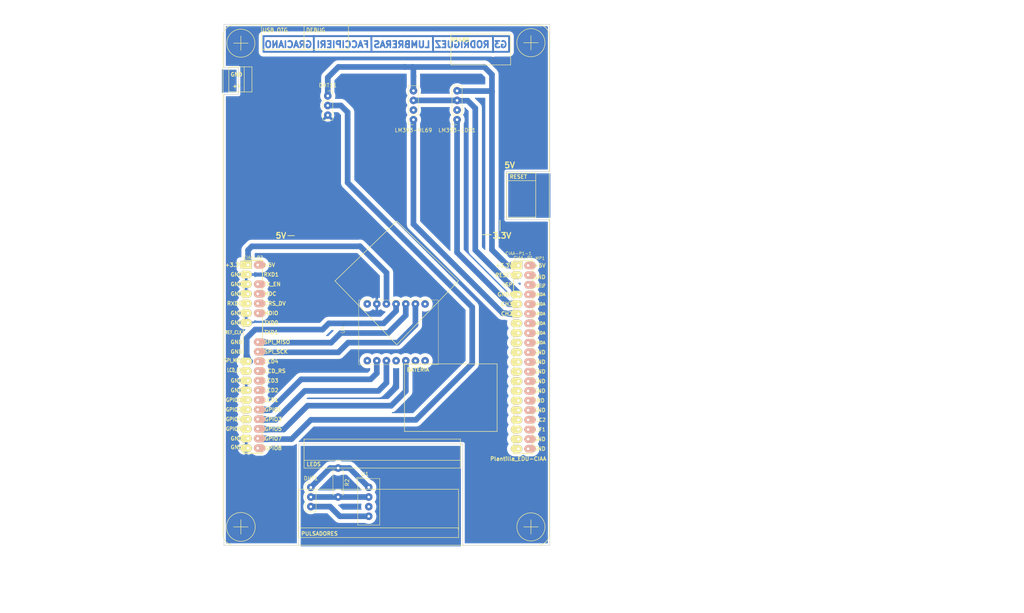
<source format=kicad_pcb>
(kicad_pcb (version 20241229) (generator "pcbnew") (generator_version "9.0")
  (title_block (title "Poncho Grande - Modelo - Ejemplo - Template") (date "2015-10-06") (rev "1.0") (company "Proyecto CIAA - COMPUTADORA INDUSTRIAL ABIERTA ARGENTINA") (comment 1 "https://github.com/ciaa/Ponchos/tree/master/modelos/doc") (comment 2 "Autores y Licencia del template (Diego Brengi - UNLaM)") (comment 3 "Autor del poncho (COMPLETAR NOMBRE Y APELLIDO). Ver directorio \"doc\"") (comment 4 "CÓDIGO PONCHO: "))
  (layers (0 "F.Cu" signal) (2 "B.Cu" signal) (13 "F.Paste" user) (15 "B.Paste" user) (5 "F.SilkS" user "F.Silkscreen") (7 "B.SilkS" user "B.Silkscreen") (1 "F.Mask" user) (3 "B.Mask" user) (25 "Edge.Cuts" user))
  (net 0 "")
  (net 1 "GND")
  (net 2 "GPIO7")
  (net 12 "ADC3")
  (net 13 "Alimentacion 5v")
  (net 21 "ADC2")
  (net 44 "Alimentacion 3.3v")
  (net 53 "GPIO3")
  (net 54 "GPIO1")
  (net 58 "SPI{slash}MOSI")
  (net 59 "SPI{slash}MISO")
  (net 61 "GPIO5")
  (net 62 "SPI{slash}SCK")
  (net 64 "Net-(U1-DATA)")
  (net 74 "Net-(U1-VDD)")
  (net 75 "unconnected-(U1-GND-Pad4)")
  (net 76 "GNDA")
  (footprint "Poncho_Esqueleto:Plantilla_EDU-CIAA" (layer "F.Cu") (at 151.13 88.9)
    (property "Reference" "MP1" (at 5.715 -1.905 0) (layer "F.SilkS") (effects (font (size 0.8 0.8) (thickness 0.12))))
    (property "Value" "Plantilla_EDU-CIAA" (at -0.03 50.9 0) (layer "F.SilkS") (effects (font (size 1.016 1.016) (thickness 0.2032))))
    (fp_line (start -77.724 -60.706) (end -77.724 -56.769) (stroke (width 0.15)) (layer "F.SilkS"))
    (fp_line (start -77.724 -1.27) (end -77.724 -56.769) (stroke (width 0.15)) (layer "F.SilkS"))
    (fp_line (start -77.724 49.276) (end -77.724 -1.27) (stroke (width 0.15)) (layer "F.SilkS"))
    (fp_line (start -77.724 49.403) (end -77.724 67.056) (stroke (width 0.15)) (layer "F.SilkS"))
    (fp_line (start -77.724 67.056) (end -77.724 70.104) (stroke (width 0.15)) (layer "F.SilkS"))
    (fp_line (start -77.724 70.612) (end -77.724 70.104) (stroke (width 0.15)) (layer "F.SilkS"))
    (fp_line (start -76.2 -52.324) (end -76.2 -45.72) (stroke (width 0.15)) (layer "F.SilkS"))
    (fp_line (start -76.2 -45.72) (end -72.136 -45.72) (stroke (width 0.15)) (layer "F.SilkS"))
    (fp_line (start -74.422 73.66) (end -74.93 73.66) (stroke (width 0.15)) (layer "F.SilkS"))
    (fp_line (start -73.025 -58.547) (end -74.93 -58.547) (stroke (width 0.15)) (layer "F.SilkS"))
    (fp_line (start -73.025 -58.547) (end -73.025 -60.452) (stroke (width 0.15)) (layer "F.SilkS"))
    (fp_line (start -73.025 -58.547) (end -73.025 -56.642) (stroke (width 0.15)) (layer "F.SilkS"))
    (fp_line (start -73.025 -58.547) (end -71.12 -58.547) (stroke (width 0.15)) (layer "F.SilkS"))
    (fp_line (start -73.025 68.834) (end -74.93 68.834) (stroke (width 0.15)) (layer "F.SilkS"))
    (fp_line (start -73.025 68.834) (end -73.025 66.929) (stroke (width 0.15)) (layer "F.SilkS"))
    (fp_line (start -73.025 68.834) (end -73.025 70.739) (stroke (width 0.15)) (layer "F.SilkS"))
    (fp_line (start -73.025 68.834) (end -71.12 68.834) (stroke (width 0.15)) (layer "F.SilkS"))
    (fp_line (start -73.025 73.66) (end -74.422 73.66) (stroke (width 0.15)) (layer "F.SilkS"))
    (fp_line (start -72.39 -1.27) (end -67.31 -1.27) (stroke (width 0.15)) (layer "F.SilkS"))
    (fp_line (start -72.39 0) (end -72.39 -1.27) (stroke (width 0.15)) (layer "F.SilkS"))
    (fp_line (start -72.39 49.53) (end -72.39 0) (stroke (width 0.15)) (layer "F.SilkS"))
    (fp_line (start -72.263 -63.373) (end -74.295 -63.373) (stroke (width 0.15)) (layer "F.SilkS"))
    (fp_line (start -72.136 -52.324) (end -76.2 -52.324) (stroke (width 0.15)) (layer "F.SilkS"))
    (fp_line (start -72.136 -45.72) (end -72.136 -52.324) (stroke (width 0.15)) (layer "F.SilkS"))
    (fp_line (start -72.136 -45.72) (end -70.104 -45.72) (stroke (width 0.15)) (layer "F.SilkS"))
    (fp_line (start -70.104 -52.324) (end -72.136 -52.324) (stroke (width 0.15)) (layer "F.SilkS"))
    (fp_line (start -70.104 -45.72) (end -70.104 -52.324) (stroke (width 0.15)) (layer "F.SilkS"))
    (fp_line (start -67.564 -62.992) (end -67.564 -63.5) (stroke (width 0.15)) (layer "F.SilkS"))
    (fp_line (start -67.564 -56.896) (end -67.564 -62.992) (stroke (width 0.15)) (layer "F.SilkS"))
    (fp_line (start -67.564 -56.896) (end -59.436 -56.896) (stroke (width 0.15)) (layer "F.SilkS"))
    (fp_line (start -67.31 -1.27) (end -67.31 49.53) (stroke (width 0.15)) (layer "F.SilkS"))
    (fp_line (start -67.31 49.53) (end -72.39 49.53) (stroke (width 0.15)) (layer "F.SilkS"))
    (fp_line (start -57.912 58.928) (end -57.912 69.596) (stroke (width 0.15)) (layer "F.SilkS"))
    (fp_line (start -57.912 69.088) (end -15.748 69.088) (stroke (width 0.15)) (layer "F.SilkS"))
    (fp_line (start -57.912 71.628) (end -57.912 69.088) (stroke (width 0.15)) (layer "F.SilkS"))
    (fp_line (start -57.912 71.628) (end -15.748 71.628) (stroke (width 0.15)) (layer "F.SilkS"))
    (fp_line (start -56.388 -56.896) (end -56.388 -63.5) (stroke (width 0.15)) (layer "F.SilkS"))
    (fp_line (start -56.388 45.72) (end -56.388 51.308) (stroke (width 0.15)) (layer "F.SilkS"))
    (fp_line (start -56.388 51.308) (end -15.24 51.308) (stroke (width 0.15)) (layer "F.SilkS"))
    (fp_line (start -56.388 53.34) (end -56.388 51.308) (stroke (width 0.15)) (layer "F.SilkS"))
    (fp_line (start -56.388 53.34) (end -15.24 53.34) (stroke (width 0.15)) (layer "F.SilkS"))
    (fp_line (start -48.26 4.064) (end -32.004 -11.684) (stroke (width 0.15)) (layer "F.SilkS"))
    (fp_line (start -44.704 -62.992) (end -44.704 -63.5) (stroke (width 0.15)) (layer "F.SilkS"))
    (fp_line (start -44.704 -62.992) (end -44.704 -56.896) (stroke (width 0.15)) (layer "F.SilkS"))
    (fp_line (start -44.704 -56.896) (end -59.436 -56.896) (stroke (width 0.15)) (layer "F.SilkS"))
    (fp_line (start -32.004 -11.684) (end -15.748 4.064) (stroke (width 0.15)) (layer "F.SilkS"))
    (fp_line (start -32.004 20.828) (end -48.26 4.064) (stroke (width 0.15)) (layer "F.SilkS"))
    (fp_line (start -29.972 25.908) (end -29.972 43.688) (stroke (width 0.15)) (layer "F.SilkS"))
    (fp_line (start -29.972 43.688) (end -5.588 43.688) (stroke (width 0.15)) (layer "F.SilkS"))
    (fp_line (start -17.78 -60.96) (end -17.78 -52.832) (stroke (width 0.15)) (layer "F.SilkS"))
    (fp_line (start -17.78 -52.832) (end -2.032 -52.832) (stroke (width 0.15)) (layer "F.SilkS"))
    (fp_line (start -15.748 4.064) (end -32.004 20.828) (stroke (width 0.15)) (layer "F.SilkS"))
    (fp_line (start -15.748 58.928) (end -57.912 58.928) (stroke (width 0.15)) (layer "F.SilkS"))
    (fp_line (start -15.748 69.596) (end -15.748 58.928) (stroke (width 0.15)) (layer "F.SilkS"))
    (fp_line (start -15.748 71.628) (end -15.748 69.088) (stroke (width 0.15)) (layer "F.SilkS"))
    (fp_line (start -15.24 45.72) (end -56.388 45.72) (stroke (width 0.15)) (layer "F.SilkS"))
    (fp_line (start -15.24 51.308) (end -15.24 45.72) (stroke (width 0.15)) (layer "F.SilkS"))
    (fp_line (start -15.24 53.34) (end -15.24 51.308) (stroke (width 0.15)) (layer "F.SilkS"))
    (fp_line (start -8.636 -63.373) (end -72.136 -63.373) (stroke (width 0.15)) (layer "F.SilkS"))
    (fp_line (start -5.588 25.908) (end -29.972 25.908) (stroke (width 0.15)) (layer "F.SilkS"))
    (fp_line (start -5.588 43.688) (end -5.588 25.908) (stroke (width 0.15)) (layer "F.SilkS"))
    (fp_line (start -3.048 -24.384) (end -3.048 -12.7) (stroke (width 0.15)) (layer "F.SilkS"))
    (fp_line (start -3.048 -12.7) (end 4.572 -12.7) (stroke (width 0.15)) (layer "F.SilkS"))
    (fp_line (start -2.032 -60.96) (end -17.78 -60.96) (stroke (width 0.15)) (layer "F.SilkS"))
    (fp_line (start -2.032 -52.832) (end -2.032 -60.96) (stroke (width 0.15)) (layer "F.SilkS"))
    (fp_line (start -1.27 49.53) (end -1.27 -1.27) (stroke (width 0.15)) (layer "F.SilkS"))
    (fp_line (start 0 -63.373) (end -8.636 -63.373) (stroke (width 0.15)) (layer "F.SilkS"))
    (fp_line (start 0 -63.373) (end 3.937 -63.373) (stroke (width 0.15)) (layer "F.SilkS"))
    (fp_line (start 3.302 -58.674) (end 1.397 -58.674) (stroke (width 0.15)) (layer "F.SilkS"))
    (fp_line (start 3.302 -58.674) (end 3.302 -60.579) (stroke (width 0.15)) (layer "F.SilkS"))
    (fp_line (start 3.302 -58.674) (end 3.302 -56.769) (stroke (width 0.15)) (layer "F.SilkS"))
    (fp_line (start 3.302 -58.674) (end 5.207 -58.674) (stroke (width 0.15)) (layer "F.SilkS"))
    (fp_line (start 3.302 68.834) (end 1.397 68.834) (stroke (width 0.15)) (layer "F.SilkS"))
    (fp_line (start 3.302 68.834) (end 3.302 66.929) (stroke (width 0.15)) (layer "F.SilkS"))
    (fp_line (start 3.302 68.834) (end 3.302 70.739) (stroke (width 0.15)) (layer "F.SilkS"))
    (fp_line (start 3.302 68.834) (end 5.207 68.834) (stroke (width 0.15)) (layer "F.SilkS"))
    (fp_line (start 3.302 73.66) (end -73.025 73.66) (stroke (width 0.15)) (layer "F.SilkS"))
    (fp_line (start 3.302 73.66) (end 5.207 73.66) (stroke (width 0.15)) (layer "F.SilkS"))
    (fp_line (start 3.81 -1.27) (end -1.27 -1.27) (stroke (width 0.15)) (layer "F.SilkS"))
    (fp_line (start 3.81 49.53) (end -1.27 49.53) (stroke (width 0.15)) (layer "F.SilkS"))
    (fp_line (start 3.81 49.53) (end 3.81 -1.27) (stroke (width 0.15)) (layer "F.SilkS"))
    (fp_line (start 3.937 -63.373) (end 4.826 -63.373) (stroke (width 0.15)) (layer "F.SilkS"))
    (fp_line (start 4.572 -24.384) (end -3.048 -24.384) (stroke (width 0.15)) (layer "F.SilkS"))
    (fp_line (start 4.572 -22.352) (end -3.048 -22.352) (stroke (width 0.15)) (layer "F.SilkS"))
    (fp_line (start 4.572 -12.7) (end 4.572 -24.384) (stroke (width 0.15)) (layer "F.SilkS"))
    (fp_line (start 5.461 -63.373) (end 4.826 -63.373) (stroke (width 0.15)) (layer "F.SilkS"))
    (fp_line (start 8.128 -60.706) (end 8.128 -60.452) (stroke (width 0.15)) (layer "F.SilkS"))
    (fp_line (start 8.128 -60.579) (end 8.128 -60.706) (stroke (width 0.15)) (layer "F.SilkS"))
    (fp_line (start 8.128 -58.293) (end 8.128 -60.579) (stroke (width 0.15)) (layer "F.SilkS"))
    (fp_line (start 8.128 -55.499) (end 8.128 -58.293) (stroke (width 0.15)) (layer "F.SilkS"))
    (fp_line (start 8.128 -48.26) (end 8.128 -55.499) (stroke (width 0.15)) (layer "F.SilkS"))
    (fp_line (start 8.128 -27.432) (end 8.128 -48.26) (stroke (width 0.15)) (layer "F.SilkS"))
    (fp_line (start 8.128 -10.16) (end 8.128 -27.432) (stroke (width 0.15)) (layer "F.SilkS"))
    (fp_line (start 8.128 -1.27) (end 8.128 -10.16) (stroke (width 0.15)) (layer "F.SilkS"))
    (fp_line (start 8.128 0) (end 8.128 -1.27) (stroke (width 0.15)) (layer "F.SilkS"))
    (fp_line (start 8.128 0) (end 8.128 49.53) (stroke (width 0.15)) (layer "F.SilkS"))
    (fp_line (start 8.128 49.403) (end 8.128 66.802) (stroke (width 0.15)) (layer "F.SilkS"))
    (fp_line (start 8.128 66.802) (end 8.128 70.485) (stroke (width 0.15)) (layer "F.SilkS"))
    (fp_arc (start -77.724 -60.706) (mid -76.561854 -62.749669) (end -74.295 -63.373) (stroke (width 0.15)) (layer "F.SilkS"))
    (fp_arc (start -74.93 73.66) (mid -76.958261 72.714656) (end -77.724 70.612) (stroke (width 0.15)) (layer "F.SilkS"))
    (fp_arc (start 5.207 -63.373) (mid 7.272459 -62.517459) (end 8.128 -60.452) (stroke (width 0.15)) (layer "F.SilkS"))
    (fp_arc (start 8.128 70.485) (mid 7.325064 72.677459) (end 5.207 73.66) (stroke (width 0.15)) (layer "F.SilkS"))
    (fp_circle (center -73.025 -58.547) (end -69.469 -59.563) (stroke (width 0.15)) (fill no) (layer "F.SilkS"))
    (fp_circle (center -73.025 68.834) (end -72.136 65.151) (stroke (width 0.15)) (fill no) (layer "F.SilkS"))
    (fp_circle (center 0 0) (end 0.508 0) (stroke (width 0.15)) (fill no) (layer "F.SilkS"))
    (fp_circle (center 3.302 -58.674) (end 6.731 -57.277) (stroke (width 0.15)) (fill no) (layer "F.SilkS"))
    (fp_circle (center 3.302 68.834) (end 6.858 69.85) (stroke (width 0.15)) (fill no) (layer "F.SilkS"))
    (fp_text user "+V" (at -74.168 -47.244 0) (layer "F.SilkS") (effects (font (thickness 0.2))))
    (fp_text user "RS485" (at -15.24 -59.436 0) (layer "F.SilkS") (effects (font (thickness 0.2))))
    (fp_text user "PULSADORES" (at -52.324 70.612 0) (layer "F.SilkS") (effects (font (thickness 0.2))))
    (fp_text user "LEDS" (at -53.848 52.324 0) (layer "F.SilkS") (effects (font (thickness 0.2))))
    (fp_text user "DEBUG" (at -53.34 -61.976 0) (layer "F.SilkS") (effects (font (thickness 0.2))))
    (fp_text user "BATERIA" (at -26.416 27.432 0) (layer "F.SilkS") (effects (font (thickness 0.2))))
    (fp_text user "USB OTG" (at -64.008 -61.976 0) (layer "F.SilkS") (effects (font (thickness 0.2))))
    (fp_text user "RESET" (at 0 -23.368 0) (layer "F.SilkS") (effects (font (thickness 0.2))))
    (fp_text user "GND" (at -74.168 -50.292 0) (layer "F.SilkS") (effects (font (thickness 0.2))))
  )
  (footprint "Connector_PinHeader_2.54mm:PinHeader_1x03_P2.54mm_Vertical" (layer "F.Cu") (at 96.52 147.32)
    (property "Reference" "DHT1" (at 0 -2.38 0) (layer "F.SilkS"))
    (property "Value" "Conn_01x03")
    (fp_line (start -1.38 -1.38) (end 0 -1.38) (stroke (width 0.12)) (layer "F.SilkS"))
    (fp_line (start -1.38 0) (end -1.38 -1.38) (stroke (width 0.12)) (layer "F.SilkS"))
    (fp_line (start -1.38 1.27) (end -1.38 6.46) (stroke (width 0.12)) (layer "F.SilkS"))
    (fp_line (start -1.38 1.27) (end 1.38 1.27) (stroke (width 0.12)) (layer "F.SilkS"))
    (fp_line (start -1.38 6.46) (end 1.38 6.46) (stroke (width 0.12)) (layer "F.SilkS"))
    (fp_line (start 1.38 1.27) (end 1.38 6.46) (stroke (width 0.12)) (layer "F.SilkS"))
    (pad "1" thru_hole circle (at 0 0) (size 2 2) (drill 0.7) (layers "*.Cu" "*.Mask") (net 74 "Net-(U1-VDD)"))
    (pad "2" thru_hole circle (at 0 2.54) (size 2 2) (drill 0.7) (layers "*.Cu" "*.Mask") (net 64 "Net-(U1-DATA)"))
    (pad "3" thru_hole circle (at 0 5.08) (size 2 2) (drill 0.7) (layers "*.Cu" "*.Mask") (net 75 "unconnected-(U1-GND-Pad4)"))
  )
  (footprint "Connector_PinSocket_2.54mm:PinSocket_1x04_P2.54mm_Vertical" (layer "F.Cu") (at 135 50.5 180)
    (property "Reference" "LM393-LDR1" (at 0 -2.77 180) (layer "F.SilkS"))
    (property "Value" "Conn_01x04")
    (fp_line (start 1.33 1.27) (end 1.33 8.95) (stroke (width 0.12)) (layer "F.SilkS"))
    (fp_line (start 1.33 -1.33) (end 1.33 0) (stroke (width 0.12)) (layer "F.SilkS"))
    (fp_line (start 0 -1.33) (end 1.33 -1.33) (stroke (width 0.12)) (layer "F.SilkS"))
    (fp_line (start -1.33 8.95) (end 1.33 8.95) (stroke (width 0.12)) (layer "F.SilkS"))
    (fp_line (start -1.33 1.27) (end 1.33 1.27) (stroke (width 0.12)) (layer "F.SilkS"))
    (fp_line (start -1.33 1.27) (end -1.33 8.95) (stroke (width 0.12)) (layer "F.SilkS"))
    (pad "1" thru_hole circle (at 0 0 180) (size 2 2) (drill 0.7) (layers "*.Cu" "*.Mask") (net 12 "ADC3"))
    (pad "2" thru_hole circle (at 0 2.54 180) (size 2 2) (drill 0.7) (layers "*.Cu" "*.Mask"))
    (pad "3" thru_hole circle (at 0 5.08 180) (size 2 2) (drill 0.7) (layers "*.Cu" "*.Mask") (net 76 "GNDA"))
    (pad "4" thru_hole circle (at 0 7.62 180) (size 2 2) (drill 0.7) (layers "*.Cu" "*.Mask") (net 44 "Alimentacion 3.3v"))
  )
  (footprint "Library:Untitled" (layer "F.Cu") (at 99.22 105.99 90)
    (property "Reference" "U4" (at 0.15 5.69 90) (layer "F.SilkS") (effects (font (thickness 0.1))))
    (property "Value" "SX1262-XIAO")
    (fp_rect (start -9.01 9.87) (end 7.99 30.87) (stroke (width 0.1)) (fill no) (layer "F.SilkS"))
    (pad "1" thru_hole oval (at 6.98 12.15 90) (size 2 2) (drill 0.7) (layers "*.Cu" "*.Mask" "B.Adhes"))
    (pad "2" thru_hole oval (at 6.97 14.65 90) (size 2 2) (drill 0.7) (layers "*.Cu" "*.Mask") (net 1 "GND"))
    (pad "3" thru_hole oval (at 6.98 17.18 90) (size 2 2) (drill 0.7) (layers "*.Cu" "*.Mask") (net 44 "Alimentacion 3.3v"))
    (pad "4" thru_hole oval (at 6.97 19.73 90) (size 2 2) (drill 0.7) (layers "*.Cu" "*.Mask") (net 58 "SPI{slash}MOSI"))
    (pad "5" thru_hole oval (at 6.97 22.28 90) (size 2 2) (drill 0.7) (layers "*.Cu" "*.Mask") (net 59 "SPI{slash}MISO"))
    (pad "6" thru_hole oval (at 6.96 24.82 90) (size 2 2) (drill 0.7) (layers "*.Cu" "*.Mask") (net 62 "SPI{slash}SCK"))
    (pad "7" thru_hole oval (at 6.95 27.36 90) (size 2 2) (drill 0.7) (layers "*.Cu" "*.Mask"))
    (pad "8" thru_hole oval (at -7.98 12.16 90) (size 2 2) (drill 0.7) (layers "*.Cu" "*.Mask"))
    (pad "9" thru_hole oval (at -7.99 14.66 90) (size 2 2) (drill 0.7) (layers "*.Cu" "*.Mask") (net 54 "GPIO1"))
    (pad "10" thru_hole oval (at -7.98 17.19 90) (size 2 2) (drill 0.7) (layers "*.Cu" "*.Mask") (net 53 "GPIO3"))
    (pad "11" thru_hole oval (at -7.99 19.74 90) (size 2 2) (drill 0.7) (layers "*.Cu" "*.Mask"))
    (pad "12" thru_hole oval (at -7.99 22.29 90) (size 2 2) (drill 0.7) (layers "*.Cu" "*.Mask") (net 61 "GPIO5"))
    (pad "13" thru_hole oval (at -8 24.83 90) (size 2 2) (drill 0.7) (layers "*.Cu" "*.Mask"))
    (pad "14" thru_hole oval (at -8.01 27.37 90) (size 2 2) (drill 0.7) (layers "*.Cu" "*.Mask"))
  )
  (footprint "Resistor_THT:R_Axial_DIN0207_L6.3mm_D2.5mm_P7.62mm_Horizontal" (layer "F.Cu") (at 103.705 142.24 -90)
    (property "Reference" "R2" (at 3.81 -2.37 90) (layer "F.SilkS"))
    (property "Value" "4700")
    (fp_line (start 0.54 1.37) (end 7.08 1.37) (stroke (width 0.12)) (layer "F.SilkS"))
    (fp_line (start 7.08 1.37) (end 7.08 1.04) (stroke (width 0.12)) (layer "F.SilkS"))
    (fp_line (start 0.54 1.04) (end 0.54 1.37) (stroke (width 0.12)) (layer "F.SilkS"))
    (fp_line (start 0.54 -1.04) (end 0.54 -1.37) (stroke (width 0.12)) (layer "F.SilkS"))
    (fp_line (start 0.54 -1.37) (end 7.08 -1.37) (stroke (width 0.12)) (layer "F.SilkS"))
    (fp_line (start 7.08 -1.37) (end 7.08 -1.04) (stroke (width 0.12)) (layer "F.SilkS"))
    (pad "1" thru_hole circle (at 0 0 270) (size 2 2) (drill 0.7) (layers "*.Cu" "*.Mask") (net 74 "Net-(U1-VDD)"))
    (pad "2" thru_hole circle (at 7.62 0 270) (size 2 2) (drill 0.7) (layers "*.Cu" "*.Mask") (net 64 "Net-(U1-DATA)"))
  )
  (footprint "Sensor:Aosong_DHT11_5.5x12.0_P2.54mm" (layer "F.Cu") (at 111.76 147.32)
    (property "Reference" "U1" (at -1 -3.5 0) (layer "F.SilkS"))
    (property "Value" "DHT11")
    (fp_line (start -3.16 -2.6) (end -3.16 -0.6) (stroke (width 0.12)) (layer "F.SilkS"))
    (fp_line (start -3.16 -2.6) (end -1.55 -2.6) (stroke (width 0.12)) (layer "F.SilkS"))
    (fp_line (start -2.88 9.94) (end -2.88 -2.31) (stroke (width 0.12)) (layer "F.SilkS"))
    (fp_line (start -2.87 -2.32) (end 2.87 -2.32) (stroke (width 0.12)) (layer "F.SilkS"))
    (fp_line (start 2.88 -2.32) (end 2.88 9.94) (stroke (width 0.12)) (layer "F.SilkS"))
    (fp_line (start 2.88 9.94) (end -2.88 9.94) (stroke (width 0.12)) (layer "F.SilkS"))
    (pad "1" thru_hole circle (at 0 0) (size 2 2) (drill 0.7) (layers "*.Cu" "*.Mask") (net 74 "Net-(U1-VDD)"))
    (pad "2" thru_hole circle (at 0 2.54) (size 2 2) (drill 0.7) (layers "*.Cu" "*.Mask") (net 64 "Net-(U1-DATA)"))
    (pad "3" thru_hole circle (at 0 5.08) (size 2 2) (drill 0.7) (layers "*.Cu" "*.Mask"))
    (pad "4" thru_hole circle (at 0 7.62) (size 2 2) (drill 0.7) (layers "*.Cu" "*.Mask") (net 75 "unconnected-(U1-GND-Pad4)"))
  )
  (footprint "HuellasPersonales:P2Ciaa" (layer "F.Cu") (at 81.54 88.06)
    (property "Reference" "CIAA-P2-1" (hide yes))
    (property "Value" "Conn_02x20_Odd_Even" (hide yes))
    (fp_line (start -2.81 -0.59) (end 2.27 -0.59) (stroke (width 0.15)) (layer "F.SilkS"))
    (fp_line (start -2.81 0.68) (end -2.81 -0.59) (stroke (width 0.15)) (layer "F.SilkS"))
    (fp_line (start -2.81 50.21) (end -2.81 0.68) (stroke (width 0.15)) (layer "F.SilkS"))
    (fp_line (start 2.27 -0.59) (end 2.27 50.21) (stroke (width 0.15)) (layer "F.SilkS"))
    (fp_line (start 2.27 50.21) (end -2.81 50.21) (stroke (width 0.15)) (layer "F.SilkS"))
    (fp_text user "GND" (at -4.588 48.686 0) (layer "F.SilkS") (effects (font (thickness 0.2))))
    (fp_text user "+3.3V" (at -5.35 0.68 0) (layer "F.SilkS") (effects (font (thickness 0.2))))
    (fp_text user "SPI_MISO" (at 6.08 21 0) (layer "F.SilkS") (effects (font (thickness 0.2))))
    (fp_text user "MDC" (at 4.302 8.3 0) (layer "F.SilkS") (effects (font (thickness 0.2))))
    (fp_text user "GPIO1" (at 5.064 38.78 0) (layer "F.SilkS") (effects (font (thickness 0.2))))
    (fp_text user "GPIO7" (at 5.064 46.4 0) (layer "F.SilkS") (effects (font (thickness 0.2))))
    (fp_text user "LCD_EN" (at -5.096 28.366 0) (layer "F.SilkS") (effects (font (size 1 0.7) (thickness 0.17))))
    (fp_text user "TX_EN" (at 4.81 5.76 0) (layer "F.SilkS") (effects (font (thickness 0.2))))
    (fp_text user "LCD3" (at 4.556 31.16 0) (layer "F.SilkS") (effects (font (thickness 0.2))))
    (fp_text user "GPIO3" (at 5.064 41.32 0) (layer "F.SilkS") (effects (font (thickness 0.2))))
    (fp_text user "RXD1" (at 4.556 3.22 0) (layer "F.SilkS") (effects (font (thickness 0.2))))
    (fp_text user "LCD_RS" (at 5.572 28.62 0) (layer "F.SilkS") (effects (font (thickness 0.2))))
    (fp_text user "GND" (at -4.588 46.4 0) (layer "F.SilkS") (effects (font (thickness 0.2))))
    (fp_text user "GND" (at -4.588 21 0) (layer "F.SilkS") (effects (font (thickness 0.2))))
    (fp_text user "LCD4" (at 4.556 26.08 0) (layer "F.SilkS") (effects (font (thickness 0.2))))
    (fp_text user "CRS_DV" (at 5.572 10.84 0) (layer "F.SilkS") (effects (font (thickness 0.2))))
    (fp_text user "TXD0" (at 4.556 15.92 0) (layer "F.SilkS") (effects (font (thickness 0.2))))
    (fp_text user "LCD2" (at 4.556 33.7 0) (layer "F.SilkS") (effects (font (thickness 0.2))))
    (fp_text user "SPI_MOSI" (at -5.35 25.826 0) (layer "F.SilkS") (effects (font (size 1 0.7) (thickness 0.17))))
    (fp_text user "GPIO5" (at 5.064 43.86 0) (layer "F.SilkS") (effects (font (thickness 0.2))))
    (fp_text user "GPIO0" (at -5.35 36.24 0) (layer "F.SilkS") (effects (font (size 1 0.9) (thickness 0.2))))
    (fp_text user "RXD0" (at -5.096 10.84 0) (layer "F.SilkS") (effects (font (thickness 0.2))))
    (fp_text user "CIAA-P2" (at -0.21 -1.29 0) (layer "F.SilkS") (effects (font (size 0.8 0.8) (thickness 0.12))))
    (fp_text user "GPIO2" (at -5.35 38.78 0) (layer "F.SilkS") (effects (font (size 1 0.9) (thickness 0.2))))
    (fp_text user "GND" (at -4.588 3.22 0) (layer "F.SilkS") (effects (font (thickness 0.2))))
    (fp_text user "GND" (at -4.588 31.16 0) (layer "F.SilkS") (effects (font (thickness 0.2))))
    (fp_text user "GND" (at -4.588 8.3 0) (layer "F.SilkS") (effects (font (thickness 0.2))))
    (fp_text user "GND" (at -4.588 5.76 0) (layer "F.SilkS") (effects (font (thickness 0.2))))
    (fp_text user "GPIO8" (at 5.064 48.94 0) (layer "F.SilkS") (effects (font (thickness 0.2))))
    (fp_text user "GND" (at -4.588 33.7 0) (layer "F.SilkS") (effects (font (thickness 0.2))))
    (fp_text user "GND" (at -4.588 15.92 0) (layer "F.SilkS") (effects (font (thickness 0.2))))
    (fp_text user "MDIO" (at 4.556 13.38 0) (layer "F.SilkS") (effects (font (thickness 0.2))))
    (fp_text user "+5V" (at 4.048 0.68 0) (layer "F.SilkS") (effects (font (thickness 0.2))))
    (fp_text user "LCD1" (at 4.556 36.24 0) (layer "F.SilkS") (effects (font (thickness 0.2))))
    (fp_text user "GND" (at -4.588 23.54 0) (layer "F.SilkS") (effects (font (thickness 0.2))))
    (fp_text user "GND" (at -4.588 13.38 0) (layer "F.SilkS") (effects (font (thickness 0.2))))
    (fp_text user "SPI_SCK" (at 5.826 23.54 0) (layer "F.SilkS") (effects (font (thickness 0.2))))
    (fp_text user "GPIO6" (at -5.35 43.86 0) (layer "F.SilkS") (effects (font (size 1 0.9) (thickness 0.2))))
    (fp_text user "REF_CLK" (at -5.35 18.46 0) (layer "F.SilkS") (effects (font (size 0.9 0.7) (thickness 0.175))))
    (fp_text user "GPIO4" (at -5.35 41.32 0) (layer "F.SilkS") (effects (font (size 1 0.9) (thickness 0.2))))
    (fp_text user "TXD1" (at 4.556 18.46 0) (layer "F.SilkS") (effects (font (thickness 0.2))))
    (pad "1" thru_hole rect (at -1.54 0.68 270) (size 2 3) (drill 0.7 (offset 0 0.5)) (layers "*.Cu" "*.Mask" "F.SilkS") (net 44 "Alimentacion 3.3v"))
    (pad "2" thru_hole oval (at 1 0.68 270) (size 2 3) (drill 0.7 (offset 0 -0.5)) (layers "*.Cu" "*.SilkS" "*.Mask"))
    (pad "3" thru_hole oval (at -1.54 3.22 270) (size 2 3) (drill 0.7 (offset 0 0.5)) (layers "*.Cu" "*.Mask" "F.SilkS") (net 1 "GND"))
    (pad "5" thru_hole oval (at -1.54 5.76 270) (size 2 3) (drill 0.7 (offset 0 0.5)) (layers "*.Cu" "*.Mask" "F.SilkS") (net 1 "GND"))
    (pad "6" thru_hole oval (at 1 5.76 270) (size 2 3) (drill 0.7 (offset 0 -0.5)) (layers "*.Cu" "*.SilkS" "*.Mask"))
    (pad "7" thru_hole oval (at -1.54 8.3 270) (size 2 3) (drill 0.7 (offset 0 0.5)) (layers "*.Cu" "*.Mask" "F.SilkS") (net 1 "GND"))
    (pad "8" thru_hole oval (at 1 8.3 270) (size 2 3) (drill 0.7 (offset 0 -0.5)) (layers "*.Cu" "*.SilkS" "*.Mask"))
    (pad "9" thru_hole oval (at -1.54 10.84 270) (size 2 3) (drill 0.7 (offset 0 0.5)) (layers "*.Cu" "*.Mask" "F.SilkS"))
    (pad "10" thru_hole oval (at 1 10.84 270) (size 2 3) (drill 0.7 (offset 0 -0.5)) (layers "*.Cu" "*.SilkS" "*.Mask"))
    (pad "11" thru_hole oval (at -1.54 13.38 270) (size 2 3) (drill 0.7 (offset 0 0.5)) (layers "*.Cu" "*.Mask" "F.SilkS") (net 1 "GND"))
    (pad "12" thru_hole oval (at 1 13.38 270) (size 2 3) (drill 0.7 (offset 0 -0.5)) (layers "*.Cu" "*.SilkS" "*.Mask"))
    (pad "13" thru_hole oval (at -1.54 15.92 270) (size 2 3) (drill 0.7 (offset 0 0.5)) (layers "*.Cu" "*.Mask" "F.SilkS") (net 1 "GND"))
    (pad "18" thru_hole oval (at 1 21 270) (size 2 3) (drill 0.7 (offset 0 -0.5)) (layers "*.Cu" "*.SilkS" "*.Mask") (net 59 "SPI{slash}MISO"))
    (pad "20" thru_hole oval (at 1 23.54 270) (size 2 3) (drill 0.7 (offset 0 -0.5)) (layers "*.Cu" "*.SilkS" "*.Mask") (net 62 "SPI{slash}SCK"))
    (pad "21" thru_hole oval (at -1.54 26.08 270) (size 2 3) (drill 0.7 (offset 0 0.5)) (layers "*.Cu" "*.Mask" "F.SilkS") (net 58 "SPI{slash}MOSI"))
    (pad "22" thru_hole oval (at 1 26.08 270) (size 2 3) (drill 0.7 (offset 0 -0.5)) (layers "*.Cu" "*.SilkS" "*.Mask"))
    (pad "23" thru_hole oval (at -1.54 28.62 270) (size 2 3) (drill 0.7 (offset 0 0.5)) (layers "*.Cu" "*.Mask" "F.SilkS"))
    (pad "24" thru_hole oval (at 1 28.62 270) (size 2 3) (drill 0.7 (offset 0 -0.5)) (layers "*.Cu" "*.SilkS" "*.Mask"))
    (pad "25" thru_hole oval (at -1.54 31.16 270) (size 2 3) (drill 0.7 (offset 0 0.5)) (layers "*.Cu" "*.Mask" "F.SilkS") (net 1 "GND"))
    (pad "26" thru_hole oval (at 1 31.16 270) (size 2 3) (drill 0.7 (offset 0 -0.5)) (layers "*.Cu" "*.SilkS" "*.Mask"))
    (pad "27" thru_hole oval (at -1.54 33.7 270) (size 2 3) (drill 0.7 (offset 0 0.5)) (layers "*.Cu" "*.Mask" "F.SilkS") (net 1 "GND"))
    (pad "28" thru_hole oval (at 1 33.7 270) (size 2 3) (drill 0.7 (offset 0 -0.5)) (layers "*.Cu" "*.SilkS" "*.Mask"))
    (pad "29" thru_hole oval (at -1.54 36.24 270) (size 2 3) (drill 0.7 (offset 0 0.5)) (layers "*.Cu" "*.Mask" "F.SilkS"))
    (pad "30" thru_hole oval (at 1 36.24 270) (size 2 3) (drill 0.7 (offset 0 -0.5)) (layers "*.Cu" "*.SilkS" "*.Mask"))
    (pad "31" thru_hole oval (at -1.54 38.78 270) (size 2 3) (drill 0.7 (offset 0 0.5)) (layers "*.Cu" "*.Mask" "F.SilkS"))
    (pad "32" thru_hole oval (at 1 38.78 270) (size 2 3) (drill 0.7 (offset 0 -0.5)) (layers "*.Cu" "*.SilkS" "*.Mask") (net 54 "GPIO1"))
    (pad "33" thru_hole oval (at -1.54 41.32 270) (size 2 3) (drill 0.7 (offset 0 0.5)) (layers "*.Cu" "*.Mask" "F.SilkS"))
    (pad "34" thru_hole oval (at 1 41.32 270) (size 2 3) (drill 0.7 (offset 0 -0.5)) (layers "*.Cu" "*.SilkS" "*.Mask") (net 53 "GPIO3"))
    (pad "35" thru_hole oval (at -1.54 43.86 270) (size 2 3) (drill 0.7 (offset 0 0.5)) (layers "*.Cu" "*.Mask" "F.SilkS"))
    (pad "36" thru_hole oval (at 1 43.86 270) (size 2 3) (drill 0.7 (offset 0 -0.5)) (layers "*.Cu" "*.SilkS" "*.Mask") (net 61 "GPIO5"))
    (pad "37" thru_hole oval (at -1.54 46.4 270) (size 2 3) (drill 0.7 (offset 0 0.5)) (layers "*.Cu" "*.Mask" "F.SilkS") (net 1 "GND"))
    (pad "38" thru_hole oval (at 1 46.4 270) (size 2 3) (drill 0.7 (offset 0 -0.5)) (layers "*.Cu" "*.SilkS" "*.Mask") (net 2 "GPIO7"))
    (pad "39" thru_hole oval (at -1.54 48.94 270) (size 2 3) (drill 0.7 (offset 0 0.5)) (layers "*.Cu" "*.Mask" "F.SilkS") (net 1 "GND"))
    (pad "40" thru_hole oval (at 1 48.94 270) (size 2 3) (drill 0.7 (offset 0 -0.5)) (layers "*.Cu" "*.SilkS" "*.Mask"))
  )
  (footprint "Connector_PinSocket_2.54mm:PinSocket_1x03_P2.54mm_Vertical" (layer "F.Cu") (at 100.98 44.23)
    (property "Reference" "DHT11" (at 0 -2.77 0) (layer "F.SilkS"))
    (property "Value" "Conn_01x03")
    (fp_line (start -1.33 1.27) (end -1.33 6.41) (stroke (width 0.12)) (layer "F.SilkS"))
    (fp_line (start -1.33 1.27) (end 1.33 1.27) (stroke (width 0.12)) (layer "F.SilkS"))
    (fp_line (start -1.33 6.41) (end 1.33 6.41) (stroke (width 0.12)) (layer "F.SilkS"))
    (fp_line (start 0 -1.33) (end 1.33 -1.33) (stroke (width 0.12)) (layer "F.SilkS"))
    (fp_line (start 1.33 -1.33) (end 1.33 0) (stroke (width 0.12)) (layer "F.SilkS"))
    (fp_line (start 1.33 1.27) (end 1.33 6.41) (stroke (width 0.12)) (layer "F.SilkS"))
    (pad "1" thru_hole circle (at 0 0) (size 2 2) (drill 0.7) (layers "*.Cu" "*.Mask") (net 44 "Alimentacion 3.3v"))
    (pad "2" thru_hole circle (at 0 2.54) (size 2 2) (drill 0.7) (layers "*.Cu" "*.Mask") (net 2 "GPIO7"))
    (pad "3" thru_hole circle (at 0 5.08) (size 2 2) (drill 0.7) (layers "*.Cu" "*.Mask") (net 1 "GND"))
  )
  (footprint "HuellasPersonales:P1Ciaa" (layer "F.Cu") (at 151.15 88.9)
    (property "Reference" "CIAA-P1-1" (at 0 -3.175 0) (layer "F.SilkS") (effects (font (size 0.8 0.8) (thickness 0.12))))
    (property "Value" "Conn_02x20_Odd_Even" (hide yes))
    (fp_line (start -1.27 49.53) (end -1.27 -1.27) (stroke (width 0.15)) (layer "F.SilkS"))
    (fp_line (start 3.81 -1.27) (end -1.27 -1.27) (stroke (width 0.15)) (layer "F.SilkS"))
    (fp_line (start 3.81 49.53) (end -1.27 49.53) (stroke (width 0.15)) (layer "F.SilkS"))
    (fp_line (start 3.81 49.53) (end 3.81 -1.27) (stroke (width 0.15)) (layer "F.SilkS"))
    (fp_text user "+5V" (at 5.588 0 0) (layer "F.SilkS") (effects (font (thickness 0.2))))
    (fp_text user "T_F1" (at 5.588 43.18 0) (layer "F.SilkS") (effects (font (size 0.9 0.9) (thickness 0.18))))
    (fp_text user "GND" (at 5.588 48.26 0) (layer "F.SilkS") (effects (font (thickness 0.2))))
    (fp_text user "GND" (at 5.334 35.56 0) (layer "F.SilkS") (effects (font (thickness 0.2))))
    (fp_text user "WAKEUP" (at 5.588 5.334 0) (layer "F.SilkS") (effects (font (size 1 0.5) (thickness 0.125))))
    (fp_text user "CH2" (at -3.048 12.7 0) (layer "F.SilkS") (effects (font (thickness 0.2))))
    (fp_text user "GND" (at 5.588 22.86 0) (layer "F.SilkS") (effects (font (thickness 0.2))))
    (fp_text user "CH3" (at -3.048 10.16 0) (layer "F.SilkS") (effects (font (thickness 0.2))))
    (fp_text user "T_C2" (at 5.588 40.64 0) (layer "F.SilkS") (effects (font (size 0.9 0.9) (thickness 0.18))))
    (fp_text user "GNDA" (at -3.556 7.62 0) (layer "F.SilkS") (effects (font (thickness 0.2))))
    (fp_text user "ISP" (at -2.794 5.08 0) (layer "F.SilkS") (effects (font (thickness 0.2))))
    (fp_text user "GNDA" (at 5.588 10.16 0) (layer "F.SilkS") (effects (font (size 0.76 0.76) (thickness 0.19))))
    (fp_text user "GND" (at 5.588 45.72 0) (layer "F.SilkS") (effects (font (thickness 0.2))))
    (fp_text user "CIAA-P1" (at 1.27 -2.032 0) (layer "F.SilkS") (effects (font (size 0.8 0.8) (thickness 0.12))))
    (fp_text user "GNDA" (at 5.588 17.78 0) (layer "F.SilkS") (effects (font (size 0.76 0.76) (thickness 0.19))))
    (fp_text user "GNDA" (at 5.588 15.24 0) (layer "F.SilkS") (effects (font (size 0.76 0.76) (thickness 0.19))))
    (fp_text user "GND" (at 5.588 25.4 0) (layer "F.SilkS") (effects (font (thickness 0.2))))
    (fp_text user "+3.3V" (at -3.81 0 0) (layer "F.SilkS") (effects (font (thickness 0.2))))
    (fp_text user "GND" (at 5.588 38.1 0) (layer "F.SilkS") (effects (font (thickness 0.2))))
    (fp_text user "GND" (at 5.588 27.94 0) (layer "F.SilkS") (effects (font (thickness 0.2))))
    (fp_text user "GND" (at 5.588 30.48 0) (layer "F.SilkS") (effects (font (thickness 0.2))))
    (fp_text user "GNDA" (at 5.588 7.62 0) (layer "F.SilkS") (effects (font (size 0.76 0.76) (thickness 0.19))))
    (fp_text user "GNDA" (at 5.588 12.7 0) (layer "F.SilkS") (effects (font (size 0.76 0.76) (thickness 0.19))))
    (fp_text user "GND" (at 5.588 33.02 0) (layer "F.SilkS") (effects (font (thickness 0.2))))
    (fp_text user "GNDA" (at 5.588 20.32 0) (layer "F.SilkS") (effects (font (size 0.76 0.76) (thickness 0.19))))
    (fp_text user "RESET" (at -3.81 2.54 0) (layer "F.SilkS") (effects (font (thickness 0.2))))
    (fp_text user "GND" (at 5.588 3.048 0) (layer "F.SilkS") (effects (font (thickness 0.2))))
    (pad "1" thru_hole rect (at 0 0 270) (size 2 3) (drill 0.7 (offset 0 0.5)) (layers "*.Cu" "*.Mask" "F.SilkS") (net 44 "Alimentacion 3.3v"))
    (pad "2" thru_hole oval (at 2.54 0 270) (size 2 3) (drill 0.7 (offset 0 -0.5)) (layers "*.Cu" "*.SilkS" "*.Mask") (net 13 "Alimentacion 5v"))
    (pad "3" thru_hole oval (at 0 2.54 270) (size 2 3) (drill 0.7 (offset 0 0.5)) (layers "*.Cu" "*.Mask" "F.SilkS"))
    (pad "4" thru_hole oval (at 2.54 2.54 270) (size 2 3) (drill 0.7 (offset 0 -0.5)) (layers "*.Cu" "*.SilkS" "*.Mask"))
    (pad "6" thru_hole oval (at 2.54 5.08 270) (size 2 3) (drill 0.7 (offset 0 -0.5)) (layers "*.Cu" "*.SilkS" "*.Mask"))
    (pad "7" thru_hole oval (at 0 7.62 270) (size 2 3) (drill 0.7 (offset 0 0.5)) (layers "*.Cu" "*.Mask" "F.SilkS") (net 76 "GNDA"))
    (pad "8" thru_hole oval (at 2.54 7.62 270) (size 2 3) (drill 0.7 (offset 0 -0.5)) (layers "*.Cu" "*.SilkS" "*.Mask"))
    (pad "9" thru_hole oval (at 0 10.16 270) (size 2 3) (drill 0.7 (offset 0 0.5)) (layers "*.Cu" "*.Mask" "F.SilkS") (net 12 "ADC3"))
    (pad "10" thru_hole oval (at 2.54 10.16 270) (size 2 3) (drill 0.7 (offset 0 -0.5)) (layers "*.Cu" "*.SilkS" "*.Mask"))
    (pad "11" thru_hole oval (at 0 12.7 270) (size 2 3) (drill 0.7 (offset 0 0.5)) (layers "*.Cu" "*.Mask" "F.SilkS") (net 21 "ADC2"))
    (pad "12" thru_hole oval (at 2.54 12.7 270) (size 2 3) (drill 0.7 (offset 0 -0.5)) (layers "*.Cu" "*.SilkS" "*.Mask"))
    (pad "13" thru_hole oval (at 0 15.24 270) (size 2 3) (drill 0.7 (offset 0 0.5)) (layers "*.Cu" "*.Mask" "F.SilkS"))
    (pad "14" thru_hole oval (at 2.54 15.24 270) (size 2 3) (drill 0.7 (offset 0 -0.5)) (layers "*.Cu" "*.SilkS" "*.Mask"))
    (pad "15" thru_hole oval (at 0 17.78 270) (size 2 3) (drill 0.7 (offset 0 0.5)) (layers "*.Cu" "*.Mask" "F.SilkS"))
    (pad "16" thru_hole oval (at 2.54 17.78 270) (size 2 3) (drill 0.7 (offset 0 -0.5)) (layers "*.Cu" "*.SilkS" "*.Mask"))
    (pad "17" thru_hole oval (at 0 20.32 270) (size 2 3) (drill 0.7 (offset 0 0.5)) (layers "*.Cu" "*.Mask" "F.SilkS"))
    (pad "18" thru_hole oval (at 2.54 20.32 270) (size 2 3) (drill 0.7 (offset 0 -0.5)) (layers "*.Cu" "*.SilkS" "*.Mask"))
    (pad "19" thru_hole oval (at 0 22.86 270) (size 2 3) (drill 0.7 (offset 0 0.5)) (layers "*.Cu" "*.Mask" "F.SilkS"))
    (pad "20" thru_hole oval (at 2.54 22.86 270) (size 2 3) (drill 0.7 (offset 0 -0.5)) (layers "*.Cu" "*.SilkS" "*.Mask"))
    (pad "21" thru_hole oval (at 0 25.4 270) (size 2 3) (drill 0.7 (offset 0 0.5)) (layers "*.Cu" "*.Mask" "F.SilkS"))
    (pad "22" thru_hole oval (at 2.54 25.4 270) (size 2 3) (drill 0.7 (offset 0 -0.5)) (layers "*.Cu" "*.SilkS" "*.Mask"))
    (pad "23" thru_hole oval (at 0 27.94 270) (size 2 3) (drill 0.7 (offset 0 0.5)) (layers "*.Cu" "*.Mask" "F.SilkS"))
    (pad "24" thru_hole oval (at 2.54 27.94 270) (size 2 3) (drill 0.7 (offset 0 -0.5)) (layers "*.Cu" "*.SilkS" "*.Mask"))
    (pad "25" thru_hole oval (at 0 30.48 270) (size 2 3) (drill 0.7 (offset 0 0.5)) (layers "*.Cu" "*.Mask" "F.SilkS"))
    (pad "26" thru_hole oval (at 2.54 30.48 270) (size 2 3) (drill 0.7 (offset 0 -0.5)) (layers "*.Cu" "*.SilkS" "*.Mask"))
    (pad "27" thru_hole oval (at 0 33.02 270) (size 2 3) (drill 0.7 (offset 0 0.5)) (layers "*.Cu" "*.Mask" "F.SilkS"))
    (pad "28" thru_hole oval (at 2.54 33.02 270) (size 2 3) (drill 0.7 (offset 0 -0.5)) (layers "*.Cu" "*.SilkS" "*.Mask"))
    (pad "29" thru_hole oval (at 0 35.56 270) (size 2 3) (drill 0.7 (offset 0 0.5)) (layers "*.Cu" "*.Mask" "F.SilkS"))
    (pad "30" thru_hole oval (at 2.54 35.56 270) (size 2 3) (drill 0.7 (offset 0 -0.5)) (layers "*.Cu" "*.SilkS" "*.Mask"))
    (pad "31" thru_hole oval (at 0 38.1 270) (size 2 3) (drill 0.7 (offset 0 0.5)) (layers "*.Cu" "*.Mask" "F.SilkS"))
    (pad "32" thru_hole oval (at 2.54 38.1 270) (size 2 3) (drill 0.7 (offset 0 -0.5)) (layers "*.Cu" "*.SilkS" "*.Mask"))
    (pad "33" thru_hole oval (at 0 40.64 270) (size 2 3) (drill 0.7 (offset 0 0.5)) (layers "*.Cu" "*.Mask" "F.SilkS"))
    (pad "34" thru_hole oval (at 2.54 40.64 270) (size 2 3) (drill 0.7 (offset 0 -0.5)) (layers "*.Cu" "*.SilkS" "*.Mask"))
    (pad "35" thru_hole oval (at 0 43.18 270) (size 2 3) (drill 0.7 (offset 0 0.5)) (layers "*.Cu" "*.Mask" "F.SilkS"))
    (pad "36" thru_hole oval (at 2.54 43.18 270) (size 2 3) (drill 0.7 (offset 0 -0.5)) (layers "*.Cu" "*.SilkS" "*.Mask"))
    (pad "37" thru_hole oval (at 0 45.72 270) (size 2 3) (drill 0.7 (offset 0 0.5)) (layers "*.Cu" "*.Mask" "F.SilkS"))
    (pad "38" thru_hole oval (at 2.54 45.72 270) (size 2 3) (drill 0.7 (offset 0 -0.5)) (layers "*.Cu" "*.SilkS" "*.Mask"))
    (pad "39" thru_hole oval (at 0 48.26 270) (size 2 3) (drill 0.7 (offset 0 0.5)) (layers "*.Cu" "*.Mask" "F.SilkS"))
    (pad "40" thru_hole oval (at 2.54 48.26 270) (size 2 3) (drill 0.7 (offset 0 -0.5)) (layers "*.Cu" "*.SilkS" "*.Mask"))
  )
  (footprint "Connector_PinSocket_2.54mm:PinSocket_1x04_P2.54mm_Vertical" (layer "F.Cu") (at 123.52 50.5 180)
    (property "Reference" "LM393-HL69" (at 0 -2.77 180) (layer "F.SilkS"))
    (property "Value" "Conn_01x04")
    (fp_line (start 1.33 1.27) (end 1.33 8.95) (stroke (width 0.12)) (layer "F.SilkS"))
    (fp_line (start 1.33 -1.33) (end 1.33 0) (stroke (width 0.12)) (layer "F.SilkS"))
    (fp_line (start 0 -1.33) (end 1.33 -1.33) (stroke (width 0.12)) (layer "F.SilkS"))
    (fp_line (start -1.33 8.95) (end 1.33 8.95) (stroke (width 0.12)) (layer "F.SilkS"))
    (fp_line (start -1.33 1.27) (end 1.33 1.27) (stroke (width 0.12)) (layer "F.SilkS"))
    (fp_line (start -1.33 1.27) (end -1.33 8.95) (stroke (width 0.12)) (layer "F.SilkS"))
    (pad "1" thru_hole circle (at 0 0 180) (size 2 2) (drill 0.7) (layers "*.Cu" "*.Mask") (net 21 "ADC2"))
    (pad "2" thru_hole circle (at 0 2.54 180) (size 2 2) (drill 0.7) (layers "*.Cu" "*.Mask"))
    (pad "3" thru_hole circle (at 0 5.08 180) (size 2 2) (drill 0.7) (layers "*.Cu" "*.Mask") (net 76 "GNDA"))
    (pad "4" thru_hole circle (at 0 7.62 180) (size 2 2) (drill 0.7) (layers "*.Cu" "*.Mask") (net 44 "Alimentacion 3.3v"))
  )
  (gr_line (start 112.44 28.5) (end 112.48 32.6) (stroke (width 0.5)) (layer "B.Cu"))
  (gr_line (start 97.3 28.45) (end 97.32 32.63) (stroke (width 0.5)) (layer "B.Cu"))
  (gr_line (start 144.44 28.46) (end 144.48 32.71) (stroke (width 0.5)) (layer "B.Cu"))
  (gr_line (start 128.64 28.46) (end 128.69 32.6) (stroke (width 0.5)) (layer "B.Cu"))
  (gr_rect (start 84.06 28.49) (end 148.68 32.62) (stroke (width 0.5)) (fill no) (layer "B.Cu"))
  (gr_line (start 146.304 76.962) (end 146.304 79.756) (stroke (width 0.2)) (layer "F.SilkS"))
  (gr_line (start 141.732 80.772) (end 144.018 80.772) (stroke (width 0.2)) (layer "F.SilkS"))
  (gr_line (start 91.186 81.026) (end 92.202 81.026) (stroke (width 0.2)) (layer "F.SilkS"))
  (gr_line (start 91.186 81.026) (end 90.424 81.026) (stroke (width 0.2)) (layer "F.SilkS"))
  (gr_line (start 77.47 43.815) (end 76.2 43.815) (stroke (width 0.15)) (layer "Edge.Cuts"))
  (gr_line (start 73.66 25.4) (end 73.66 26.035) (stroke (width 0.15)) (layer "Edge.Cuts"))
  (gr_line (start 93.35 135.89) (end 136.52 135.89) (stroke (width 0.15)) (layer "Edge.Cuts"))
  (gr_line (start 159.385 25.4) (end 84.4 25.4) (stroke (width 0.15)) (layer "Edge.Cuts"))
  (gr_line (start 73.66 36.83) (end 76.2 36.83) (stroke (width 0.15)) (layer "Edge.Cuts"))
  (gr_line (start 147.955 64.135) (end 159.385 64.135) (stroke (width 0.15)) (layer "Edge.Cuts"))
  (gr_line (start 147.955 76.835) (end 147.955 64.135) (stroke (width 0.15)) (layer "Edge.Cuts"))
  (gr_line (start 73.66 162.56) (end 93.345 162.56) (stroke (width 0.15)) (layer "Edge.Cuts"))
  (gr_line (start 77.47 36.83) (end 77.47 43.815) (stroke (width 0.15)) (layer "Edge.Cuts"))
  (gr_line (start 159.385 64.135) (end 159.385 25.4) (stroke (width 0.15)) (layer "Edge.Cuts"))
  (gr_line (start 73.66 26.035) (end 73.66 36.83) (stroke (width 0.15)) (layer "Edge.Cuts"))
  (gr_line (start 84.455 25.4) (end 73.66 25.4) (stroke (width 0.15)) (layer "Edge.Cuts"))
  (gr_line (start 76.2 43.815) (end 73.66 43.815) (stroke (width 0.15)) (layer "Edge.Cuts"))
  (gr_line (start 93.345 162.56) (end 93.345 135.89) (stroke (width 0.15)) (layer "Edge.Cuts"))
  (gr_line (start 76.2 36.83) (end 77.47 36.83) (stroke (width 0.15)) (layer "Edge.Cuts"))
  (gr_line (start 73.66 43.815) (end 73.66 162.56) (stroke (width 0.15)) (layer "Edge.Cuts"))
  (gr_line (start 136.525 162.56) (end 159.385 162.56) (stroke (width 0.15)) (layer "Edge.Cuts"))
  (gr_line (start 159.385 76.835) (end 147.955 76.835) (stroke (width 0.15)) (layer "Edge.Cuts"))
  (gr_line (start 136.52 162.56) (end 136.52 135.89) (stroke (width 0.15)) (layer "Edge.Cuts"))
  (gr_line (start 159.385 162.56) (end 159.385 76.835) (stroke (width 0.15)) (layer "Edge.Cuts"))
  (gr_text "G3 RODRIGUEZ LUMBRERAS FACCIPIERI GRACIANO" (at 148.4 31.69 0) (layer "B.Cu") (effects (font (size 1.7 1.7) (thickness 0.425) (bold yes)) (justify left bottom mirror)))
  (gr_text "5V" (at 148.844 62.484 0) (layer "F.SilkS") (effects (font (size 1.5 1.5) (thickness 0.3))))
  (gr_text "3.3V" (at 146.812 81.026 0) (layer "F.SilkS") (effects (font (size 1.5 1.5) (thickness 0.3))))
  (gr_text "5V" (at 88.646 81.026 0) (layer "F.SilkS") (effects (font (size 1.5 1.5) (thickness 0.3))))
  (segment (start 138.99 114.71) (end 138.99 99.87) (width 1.5) (layer "B.Cu") (net 2))
  (segment (start 106.21 48.54) (end 104.44 46.77) (width 1.5) (layer "B.Cu") (net 2))
  (segment (start 124.16 129.54) (end 138.99 114.71) (width 1.5) (layer "B.Cu") (net 2))
  (segment (start 91.44 134.62) (end 96.52 129.54) (width 1.5) (layer "B.Cu") (net 2))
  (segment (start 106.21 67.09) (end 106.21 48.54) (width 1.5) (layer "B.Cu") (net 2))
  (segment (start 82.55 134.62) (end 91.44 134.62) (width 1.5) (layer "B.Cu") (net 2))
  (segment (start 104.44 46.77) (end 100.98 46.77) (width 1.5) (layer "B.Cu") (net 2))
  (segment (start 138.99 99.87) (end 106.21 67.09) (width 1.5) (layer "B.Cu") (net 2))
  (segment (start 96.52 129.54) (end 124.16 129.54) (width 1.5) (layer "B.Cu") (net 2))
  (segment (start 135 85.46) (end 135 50.58) (width 1.5) (layer "B.Cu") (net 12))
  (segment (start 148.6 99.06) (end 135 85.46) (width 1.5) (layer "B.Cu") (net 12))
  (segment (start 151.13 99.06) (end 148.6 99.06) (width 1.5) (layer "B.Cu") (net 12))
  (segment (start 123.52 77.98) (end 123.52 50.39) (width 1.5) (layer "B.Cu") (net 21))
  (segment (start 147.816 101.45) (end 146.99 101.45) (width 1.5) (layer "B.Cu") (net 21))
  (segment (start 146.99 101.45) (end 123.52 77.98) (width 1.5) (layer "B.Cu") (net 21))
  (segment (start 151.13 101.6) (end 148.336 101.6) (width 1.5) (layer "B.Cu") (net 21))
  (segment (start 123.5 36.77) (end 123.5 39) (width 1.5) (layer "B.Cu") (net 44))
  (segment (start 121.26 36.61) (end 121.27 36.62) (width 1.5) (layer "B.Cu") (net 44))
  (segment (start 144.05 42.96) (end 144.18 43.09) (width 1.5) (layer "B.Cu") (net 44))
  (segment (start 80 84.86) (end 81.01 83.85) (width 1.5) (layer "B.Cu") (net 44))
  (segment (start 121.27 36.62) (end 123.35 36.62) (width 1.5) (layer "B.Cu") (net 44))
  (segment (start 148.336 88.9) (end 144.18 84.744) (width 1.5) (layer "B.Cu") (net 44))
  (segment (start 123.52 39.02) (end 123.52 42.77) (width 1.5) (layer "B.Cu") (net 44))
  (segment (start 144.18 38.62) (end 142.18 36.62) (width 1.5) (layer "B.Cu") (net 44))
  (segment (start 135 42.96) (end 144.05 42.96) (width 1.5) (layer "B.Cu") (net 44))
  (segment (start 116.44 98.97) (end 116.4 99.01) (width 1.5) (layer "B.Cu") (net 44))
  (segment (start 123.5 39) (end 123.52 39.02) (width 1.5) (layer "B.Cu") (net 44))
  (segment (start 142.18 36.62) (end 123.35 36.62) (width 1.5) (layer "B.Cu") (net 44))
  (segment (start 100.98 39.4) (end 103.77 36.61) (width 1.5) (layer "B.Cu") (net 44))
  (segment (start 109.43 83.81) (end 116.44 90.82) (width 1.5) (layer "B.Cu") (net 44))
  (segment (start 100.98 44.23) (end 100.98 39.4) (width 1.5) (layer "B.Cu") (net 44))
  (segment (start 81.01 83.85) (end 109.39 83.85) (width 1.5) (layer "B.Cu") (net 44))
  (segment (start 144.18 84.744) (end 144.18 43.09) (width 1.5) (layer "B.Cu") (net 44))
  (segment (start 80 88.9) (end 80 84.86) (width 1.5) (layer "B.Cu") (net 44))
  (segment (start 144.18 43.09) (end 144.18 38.62) (width 1.5) (layer "B.Cu") (net 44))
  (segment (start 151.13 88.9) (end 148.336 88.9) (width 1.5) (layer "B.Cu") (net 44))
  (segment (start 123.35 36.62) (end 123.5 36.77) (width 1.5) (layer "B.Cu") (net 44))
  (segment (start 116.44 90.82) (end 116.44 98.97) (width 1.5) (layer "B.Cu") (net 44))
  (segment (start 103.77 36.61) (end 121.26 36.61) (width 1.5) (layer "B.Cu") (net 44))
  (segment (start 109.39 83.85) (end 109.43 83.81) (width 1.5) (layer "B.Cu") (net 44))
  (segment (start 116.41 119.81) (end 116.41 113.97) (width 1.5) (layer "B.Cu") (net 53))
  (segment (start 87.29 129.54) (end 94.91 121.92) (width 1.5) (layer "B.Cu") (net 53))
  (segment (start 94.91 121.92) (end 114.3 121.92) (width 1.5) (layer "B.Cu") (net 53))
  (segment (start 114.3 121.92) (end 116.41 119.81) (width 1.5) (layer "B.Cu") (net 53))
  (segment (start 82.55 129.54) (end 87.29 129.54) (width 1.5) (layer "B.Cu") (net 53))
  (segment (start 113.88 117.26) (end 113.88 113.98) (width 1.5) (layer "B.Cu") (net 54))
  (segment (start 93.98 118.872) (end 112.268 118.872) (width 1.5) (layer "B.Cu") (net 54))
  (segment (start 85.852 127) (end 93.98 118.872) (width 1.5) (layer "B.Cu") (net 54))
  (segment (start 112.268 118.872) (end 113.88 117.26) (width 1.5) (layer "B.Cu") (net 54))
  (segment (start 82.55 127) (end 85.852 127) (width 1.5) (layer "B.Cu") (net 54))
  (segment (start 115.68 104.14) (end 118.95 100.87) (width 1.5) (layer "B.Cu") (net 58))
  (segment (start 79.644 107.976) (end 81.856 105.764) (width 1.5) (layer "B.Cu") (net 58))
  (segment (start 118.95 100.87) (end 118.95 99.02) (width 1.5) (layer "B.Cu") (net 58))
  (segment (start 79.644 113.784) (end 79.644 107.976) (width 1.5) (layer "B.Cu") (net 58))
  (segment (start 101.25 104.14) (end 115.68 104.14) (width 1.5) (layer "B.Cu") (net 58))
  (segment (start 99.626 105.764) (end 101.25 104.14) (width 1.5) (layer "B.Cu") (net 58))
  (segment (start 80 114.14) (end 79.644 113.784) (width 1.5) (layer "B.Cu") (net 58))
  (segment (start 80 114.14) (end 80.540108 114.14) (width 1.5) (layer "B.Cu") (net 58))
  (segment (start 81.856 105.764) (end 99.626 105.764) (width 1.5) (layer "B.Cu") (net 58))
  (segment (start 116.84 106.68) (end 121.5 102.02) (width 1.5) (layer "B.Cu") (net 59))
  (segment (start 82.55 109.22) (end 101.855 109.22) (width 1.5) (layer "B.Cu") (net 59))
  (segment (start 121.5 102.02) (end 121.5 99.02) (width 1.5) (layer "B.Cu") (net 59))
  (segment (start 101.855 109.22) (end 104.395 106.68) (width 1.5) (layer "B.Cu") (net 59))
  (segment (start 104.395 106.68) (end 116.84 106.68) (width 1.5) (layer "B.Cu") (net 59))
  (segment (start 89.39 132.08) (end 95.66 125.81) (width 1.5) (layer "B.Cu") (net 61))
  (segment (start 82.55 132.08) (end 89.39 132.08) (width 1.5) (layer "B.Cu") (net 61))
  (segment (start 117.67 125.81) (end 121.51 121.97) (width 1.5) (layer "B.Cu") (net 61))
  (segment (start 121.51 121.97) (end 121.51 113.98) (width 1.5) (layer "B.Cu") (net 61))
  (segment (start 95.66 125.81) (end 117.67 125.81) (width 1.5) (layer "B.Cu") (net 61))
  (segment (start 124.04 104.56) (end 124.04 99.03) (width 1.5) (layer "B.Cu") (net 62))
  (segment (start 82.55 111.76) (end 103.77 111.76) (width 1.5) (layer "B.Cu") (net 62))
  (segment (start 103.77 111.76) (end 106.31 109.22) (width 1.5) (layer "B.Cu") (net 62))
  (segment (start 106.31 109.22) (end 119.38 109.22) (width 1.5) (layer "B.Cu") (net 62))
  (segment (start 119.38 109.22) (end 124.04 104.56) (width 1.5) (layer "B.Cu") (net 62))
  (segment (start 111.76 149.86) (end 103.705 149.86) (width 1.5) (layer "B.Cu") (net 64))
  (segment (start 96.52 149.86) (end 103.705 149.86) (width 1.5) (layer "B.Cu") (net 64))
  (segment (start 99.06 144.78) (end 96.52 147.32) (width 1.5) (layer "B.Cu") (net 74))
  (segment (start 106.68 142.24) (end 103.705 142.24) (width 1.5) (layer "B.Cu") (net 74))
  (segment (start 101.6 142.24) (end 99.06 144.78) (width 1.5) (layer "B.Cu") (net 74))
  (segment (start 111.76 147.32) (end 106.68 142.24) (width 1.5) (layer "B.Cu") (net 74))
  (segment (start 103.705 142.24) (end 101.6 142.24) (width 1.5) (layer "B.Cu") (net 74))
  (segment (start 101.6 152.4) (end 96.52 152.4) (width 1.5) (layer "B.Cu") (net 75))
  (segment (start 111.76 154.94) (end 104.14 154.94) (width 1.5) (layer "B.Cu") (net 75))
  (segment (start 104.14 154.94) (end 101.6 152.4) (width 1.5) (layer "B.Cu") (net 75))
  (segment (start 139.79 47.47) (end 137.82 45.5) (width 1.5) (layer "B.Cu") (net 76))
  (segment (start 137.82 45.5) (end 135.6185 45.5) (width 1.5) (layer "B.Cu") (net 76))
  (segment (start 151.15 96.18) (end 139.79 84.82) (width 1.5) (layer "B.Cu") (net 76))
  (segment (start 151.13 96.52) (end 151.13 96.43) (width 1.5) (layer "B.Cu") (net 76))
  (segment (start 151.15 96.52) (end 151.15 96.18) (width 1.5) (layer "B.Cu") (net 76))
  (segment (start 139.79 84.82) (end 139.79 47.47) (width 1.5) (layer "B.Cu") (net 76))
  (segment (start 123.52 45.42) (end 134.8925 45.42) (width 1.5) (layer "B.Cu") (net 76))
  (zone (net 1) (net_name "GND") (layer "B.Cu") (connect_pads (clearance 1)) (min_thickness 0.25) (fill yes (thermal_gap 0.7) (thermal_bridge_width 0.7) (island_removal_mode 1) (island_area_min 10))
    (polygon (pts (xy 159.54 162.84) (xy 73.13 162.84) (xy 73.13 25.12) (xy 159.55 25.12)))
  )
)
</source>
